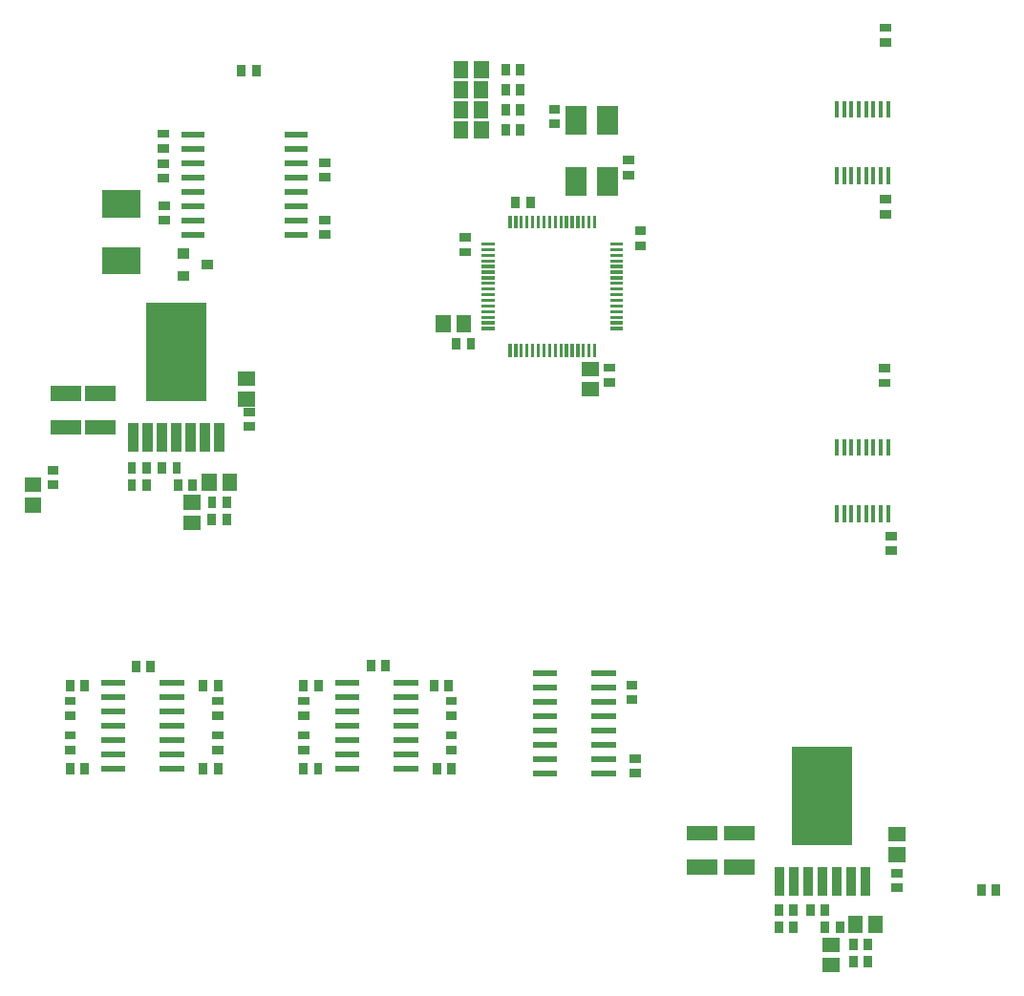
<source format=gbr>
G04 start of page 12 for group -4015 idx -4015 *
G04 Title: 971 BBB Cape, toppaste *
G04 Creator: pcb 20110918 *
G04 CreationDate: Thu Dec  5 05:46:54 2013 UTC *
G04 For: brians *
G04 Format: Gerber/RS-274X *
G04 PCB-Dimensions: 500000 400000 *
G04 PCB-Coordinate-Origin: lower left *
%MOIN*%
%FSLAX25Y25*%
%LNTOPPASTE*%
%ADD306R,0.0110X0.0110*%
%ADD305R,0.2106X0.2106*%
%ADD304R,0.0350X0.0350*%
%ADD303R,0.0748X0.0748*%
%ADD302R,0.0948X0.0948*%
%ADD301R,0.0200X0.0200*%
%ADD300R,0.0340X0.0340*%
%ADD299R,0.0512X0.0512*%
%ADD298R,0.0130X0.0130*%
%ADD297R,0.0295X0.0295*%
G54D297*X394949Y188441D02*X395933D01*
X394949Y193559D02*X395933D01*
X432000Y70492D02*Y69508D01*
X426882Y70492D02*Y69508D01*
X392643Y247056D02*X393627D01*
X392643Y252174D02*X393627D01*
X392949Y365941D02*X393933D01*
X392949Y371059D02*X393933D01*
X392949Y306000D02*X393933D01*
X392949Y311118D02*X393933D01*
G54D298*X394397Y226917D02*Y222311D01*
X391838Y226917D02*Y222311D01*
X389279Y226917D02*Y222311D01*
X386720Y226917D02*Y222311D01*
X384162Y226917D02*Y222311D01*
X381603Y226917D02*Y222311D01*
X379044Y226917D02*Y222311D01*
X376485Y226917D02*Y222311D01*
Y203689D02*Y199083D01*
X379044Y203689D02*Y199083D01*
X381603Y203689D02*Y199083D01*
X384162Y203689D02*Y199083D01*
X386720Y203689D02*Y199083D01*
X389279Y203689D02*Y199083D01*
X391838Y203689D02*Y199083D01*
X394397Y203689D02*Y199083D01*
G54D297*X296748Y247270D02*X297732D01*
X296748Y252388D02*X297732D01*
X243681Y261321D02*Y260337D01*
X248799Y261321D02*Y260337D01*
X246335Y297850D02*X247319D01*
X246335Y292732D02*X247319D01*
X269500Y310492D02*Y309508D01*
X264382Y310492D02*Y309508D01*
G54D299*X239154Y268222D02*Y267436D01*
X246240Y268222D02*Y267436D01*
X290048Y244914D02*X290834D01*
X290048Y252000D02*X290834D01*
G54D297*X168732Y356454D02*Y355470D01*
X173850Y356454D02*Y355470D01*
G54D300*X148299Y292229D02*X148899D01*
X148299Y284429D02*X148899D01*
X156499Y288329D02*X157099D01*
G54D301*X148799Y333829D02*X154799D01*
X148799Y328829D02*X154799D01*
X148799Y323829D02*X154799D01*
X148799Y318829D02*X154799D01*
X148799Y313829D02*X154799D01*
X148799Y308829D02*X154799D01*
X148799Y303829D02*X154799D01*
X148799Y298829D02*X154799D01*
X184799D02*X190799D01*
X184799Y303829D02*X190799D01*
X184799Y308829D02*X190799D01*
X184799Y313829D02*X190799D01*
X184799Y318829D02*X190799D01*
X184799Y323829D02*X190799D01*
X184799Y328829D02*X190799D01*
X184799Y333829D02*X190799D01*
G54D297*X197307Y323888D02*X198291D01*
X197307Y318770D02*X198291D01*
X140949Y334059D02*X141933D01*
X140949Y328941D02*X141933D01*
X197307Y303888D02*X198291D01*
X197307Y298770D02*X198291D01*
X141307Y303770D02*X142291D01*
X141307Y308888D02*X142291D01*
G54D302*X124831Y309514D02*X128768D01*
X124831Y289829D02*X128768D01*
G54D303*X296453Y340007D02*Y337349D01*
Y318650D02*Y315992D01*
X285430Y318650D02*Y315992D01*
Y340007D02*Y337349D01*
G54D297*X303365Y324772D02*X304349D01*
X303365Y319654D02*X304349D01*
X277449Y342559D02*X278433D01*
X277449Y337441D02*X278433D01*
X307462Y295038D02*X308446D01*
X307462Y300156D02*X308446D01*
X131882Y148492D02*Y147508D01*
X137000Y148492D02*Y147508D01*
G54D299*X382941Y58394D02*Y57608D01*
X390027Y58394D02*Y57608D01*
X339686Y89905D02*X345196D01*
X339686Y78095D02*X345196D01*
G54D297*X372441Y57493D02*Y56509D01*
X377559Y57493D02*Y56509D01*
X372441Y63493D02*Y62509D01*
X367323Y63493D02*Y62509D01*
X356323Y63493D02*Y62509D01*
X361441Y63493D02*Y62509D01*
X356323Y57493D02*Y56509D01*
X361441Y57493D02*Y56509D01*
X382323Y45493D02*Y44509D01*
X387441Y45493D02*Y44509D01*
X382323Y51493D02*Y50509D01*
X387441Y51493D02*Y50509D01*
G54D299*X374048Y43914D02*X374834D01*
X374048Y51000D02*X374834D01*
G54D297*X158453Y205862D02*Y204878D01*
X163571Y205862D02*Y204878D01*
G54D299*X104816Y243370D02*X110326D01*
X104816Y231560D02*X110326D01*
X116816Y243370D02*X122326D01*
X116816Y231560D02*X122326D01*
G54D297*X146571Y211862D02*Y210878D01*
X151689Y211862D02*Y210878D01*
G54D304*X130941Y231228D02*Y224929D01*
X135941Y231228D02*Y224929D01*
X140941Y231228D02*Y224929D01*
X145941Y231228D02*Y224929D01*
X150941Y231228D02*Y224929D01*
X155941Y231228D02*Y224929D01*
X160941Y231228D02*Y224929D01*
G54D305*X145941Y264693D02*Y251307D01*
G54D299*X157485Y212763D02*Y211977D01*
X164571Y212763D02*Y211977D01*
G54D297*X146130Y217862D02*Y216878D01*
X141012Y217862D02*Y216878D01*
X130453Y217862D02*Y216878D01*
X135571Y217862D02*Y216878D01*
X130453Y211862D02*Y210878D01*
X135571Y211862D02*Y210878D01*
G54D299*X151178Y198284D02*X151964D01*
X151178Y205370D02*X151964D01*
G54D297*X158382Y199992D02*Y199008D01*
X163500Y199992D02*Y199008D01*
G54D299*X326686Y89905D02*X332196D01*
X326686Y78095D02*X332196D01*
G54D298*X394397Y344917D02*Y340311D01*
X391838Y344917D02*Y340311D01*
X389279Y344917D02*Y340311D01*
X386720Y344917D02*Y340311D01*
X384162Y344917D02*Y340311D01*
X381603Y344917D02*Y340311D01*
X379044Y344917D02*Y340311D01*
X376485Y344917D02*Y340311D01*
Y321689D02*Y317083D01*
X379044Y321689D02*Y317083D01*
X381603Y321689D02*Y317083D01*
X384162Y321689D02*Y317083D01*
X386720Y321689D02*Y317083D01*
X389279Y321689D02*Y317083D01*
X391838Y321689D02*Y317083D01*
X394397Y321689D02*Y317083D01*
G54D304*X356441Y76229D02*Y69930D01*
X361441Y76229D02*Y69930D01*
X366441Y76229D02*Y69930D01*
X371441Y76229D02*Y69930D01*
X376441Y76229D02*Y69930D01*
X381441Y76229D02*Y69930D01*
X386441Y76229D02*Y69930D01*
G54D305*X371441Y109694D02*Y96308D01*
G54D297*X241449Y130941D02*X242433D01*
X241449Y136059D02*X242433D01*
X213882Y148992D02*Y148008D01*
X219000Y148992D02*Y148008D01*
X189949Y130941D02*X190933D01*
X189949Y136059D02*X190933D01*
X189949Y124059D02*X190933D01*
X189949Y118941D02*X190933D01*
X236882Y112992D02*Y112008D01*
X242000Y112992D02*Y112008D01*
X241449Y124059D02*X242433D01*
X241449Y118941D02*X242433D01*
G54D301*X202441Y142500D02*X208941D01*
X202441Y137500D02*X208941D01*
X202441Y132500D02*X208941D01*
X202441Y127500D02*X208941D01*
X202441Y122500D02*X208941D01*
X202441Y117500D02*X208941D01*
X202441Y112500D02*X208941D01*
X222941D02*X229441D01*
X222941Y117500D02*X229441D01*
X222941Y122500D02*X229441D01*
X222941Y127500D02*X229441D01*
X222941Y132500D02*X229441D01*
X222941Y137500D02*X229441D01*
X222941Y142500D02*X229441D01*
G54D297*X195500Y141992D02*Y141008D01*
X190382Y141992D02*Y141008D01*
X195475Y112832D02*Y111848D01*
X190357Y112832D02*Y111848D01*
X113975Y141832D02*Y140848D01*
X108857Y141832D02*Y140848D01*
X155382Y112992D02*Y112008D01*
X160500Y112992D02*Y112008D01*
X108449Y130941D02*X109433D01*
X108449Y136059D02*X109433D01*
X159949Y130941D02*X160933D01*
X159949Y136059D02*X160933D01*
G54D301*X120666Y142340D02*X127166D01*
X120666Y137340D02*X127166D01*
X120666Y132340D02*X127166D01*
X120666Y127340D02*X127166D01*
X120666Y122340D02*X127166D01*
X120666Y117340D02*X127166D01*
X120666Y112340D02*X127166D01*
X141166D02*X147666D01*
X141166Y117340D02*X147666D01*
X141166Y122340D02*X147666D01*
X141166Y127340D02*X147666D01*
X141166Y132340D02*X147666D01*
X141166Y137340D02*X147666D01*
X141166Y142340D02*X147666D01*
G54D297*X114000Y112992D02*Y112008D01*
X108882Y112992D02*Y112008D01*
X108449Y124059D02*X109433D01*
X108449Y118941D02*X109433D01*
X159949Y124059D02*X160933D01*
X159949Y118941D02*X160933D01*
X155382Y141992D02*Y141008D01*
X160500Y141992D02*Y141008D01*
X305696Y110822D02*X306680D01*
X305696Y115940D02*X306680D01*
X304472Y136450D02*X305456D01*
X304472Y141568D02*X305456D01*
G54D301*X271438Y145822D02*X277938D01*
X271438Y140822D02*X277938D01*
X271438Y135822D02*X277938D01*
X271438Y130822D02*X277938D01*
X271438Y125822D02*X277938D01*
X271438Y120822D02*X277938D01*
X271438Y115822D02*X277938D01*
X271438Y110822D02*X277938D01*
X291938D02*X298438D01*
X291938Y115822D02*X298438D01*
X291938Y120822D02*X298438D01*
X291938Y125822D02*X298438D01*
X291938Y130822D02*X298438D01*
X291938Y135822D02*X298438D01*
X291938Y140822D02*X298438D01*
X291938Y145822D02*X298438D01*
G54D297*X140949Y323559D02*X141933D01*
X140949Y318441D02*X141933D01*
G54D299*X245312Y349893D02*Y349107D01*
X252398Y349893D02*Y349107D01*
X245355Y335893D02*Y335107D01*
X252441Y335893D02*Y335107D01*
G54D297*X266000Y335992D02*Y335008D01*
X260882Y335992D02*Y335008D01*
X265957Y342992D02*Y342008D01*
X260839Y342992D02*Y342008D01*
X265957Y349992D02*Y349008D01*
X260839Y349992D02*Y349008D01*
G54D299*X245312Y342893D02*Y342107D01*
X252398Y342893D02*Y342107D01*
G54D306*X292003Y304963D02*Y301565D01*
X290035Y304963D02*Y301565D01*
X288066Y304963D02*Y301565D01*
X286098Y304963D02*Y301565D01*
X284129Y304963D02*Y301565D01*
X282161Y304963D02*Y301565D01*
X280192Y304963D02*Y301565D01*
X278224Y304963D02*Y301565D01*
X276255Y304963D02*Y301565D01*
X274287Y304963D02*Y301565D01*
X272318Y304963D02*Y301565D01*
X270350Y304963D02*Y301565D01*
X268381Y304963D02*Y301565D01*
X266413Y304963D02*Y301565D01*
X264444Y304963D02*Y301565D01*
X262476Y304963D02*Y301565D01*
X253106Y295592D02*X256504D01*
X253106Y293624D02*X256504D01*
X253106Y291655D02*X256504D01*
X253106Y289687D02*X256504D01*
X253106Y287718D02*X256504D01*
X253106Y285750D02*X256504D01*
X253106Y283781D02*X256504D01*
X253106Y281813D02*X256504D01*
X253106Y279844D02*X256504D01*
X253106Y277876D02*X256504D01*
X253106Y275907D02*X256504D01*
X253106Y273939D02*X256504D01*
X253106Y271970D02*X256504D01*
X253106Y270002D02*X256504D01*
X253106Y268033D02*X256504D01*
X253106Y266065D02*X256504D01*
X262477Y260093D02*Y256695D01*
X264445Y260093D02*Y256695D01*
X266414Y260093D02*Y256695D01*
X268382Y260093D02*Y256695D01*
X270351Y260093D02*Y256695D01*
X272319Y260093D02*Y256695D01*
X274288Y260093D02*Y256695D01*
X276256Y260093D02*Y256695D01*
X278225Y260093D02*Y256695D01*
X280193Y260093D02*Y256695D01*
X282162Y260093D02*Y256695D01*
X284130Y260093D02*Y256695D01*
X286099Y260093D02*Y256695D01*
X288067Y260093D02*Y256695D01*
X290036Y260093D02*Y256695D01*
X292004Y260093D02*Y256695D01*
X297976Y266066D02*X301374D01*
X297976Y268034D02*X301374D01*
X297976Y270003D02*X301374D01*
X297976Y271971D02*X301374D01*
X297976Y273940D02*X301374D01*
X297976Y275908D02*X301374D01*
X297976Y277877D02*X301374D01*
X297976Y279845D02*X301374D01*
X297976Y281814D02*X301374D01*
X297976Y283782D02*X301374D01*
X297976Y285751D02*X301374D01*
X297976Y287719D02*X301374D01*
X297976Y289688D02*X301374D01*
X297976Y291656D02*X301374D01*
X297976Y293625D02*X301374D01*
X297976Y295593D02*X301374D01*
G54D297*X235941Y141992D02*Y141008D01*
X241059Y141992D02*Y141008D01*
G54D299*X95548Y204457D02*X96334D01*
X95548Y211543D02*X96334D01*
X397048Y89543D02*X397834D01*
X397048Y82457D02*X397834D01*
G54D297*X396949Y70882D02*X397933D01*
X396949Y76000D02*X397933D01*
G54D299*X170048Y248543D02*X170834D01*
X170048Y241457D02*X170834D01*
G54D297*X170949Y231882D02*X171933D01*
X170949Y237000D02*X171933D01*
X102449Y216559D02*X103433D01*
X102449Y211441D02*X103433D01*
X266000Y356992D02*Y356008D01*
X260882Y356992D02*Y356008D01*
G54D299*X245355Y356893D02*Y356107D01*
X252441Y356893D02*Y356107D01*
M02*

</source>
